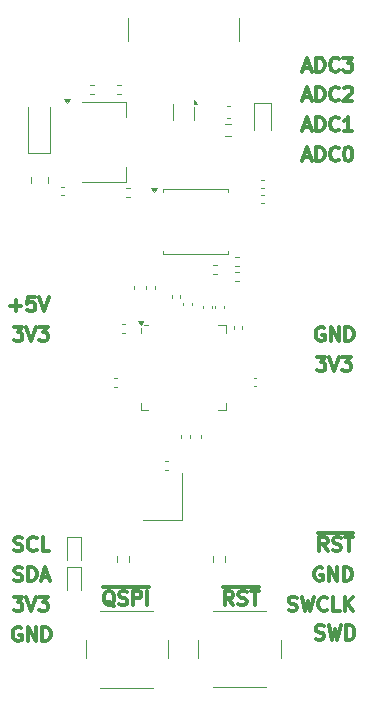
<source format=gbr>
%TF.GenerationSoftware,KiCad,Pcbnew,8.0.4*%
%TF.CreationDate,2024-11-26T16:04:15+06:30*%
%TF.ProjectId,RP2040_DevBoard,52503230-3430-45f4-9465-76426f617264,1.0*%
%TF.SameCoordinates,PX791ddc0PY791ddc0*%
%TF.FileFunction,Legend,Top*%
%TF.FilePolarity,Positive*%
%FSLAX46Y46*%
G04 Gerber Fmt 4.6, Leading zero omitted, Abs format (unit mm)*
G04 Created by KiCad (PCBNEW 8.0.4) date 2024-11-26 16:04:15*
%MOMM*%
%LPD*%
G01*
G04 APERTURE LIST*
%ADD10C,0.300000*%
%ADD11C,0.120000*%
G04 APERTURE END LIST*
D10*
X3416796Y8220458D02*
X4159653Y8220458D01*
X4159653Y8220458D02*
X3759653Y7763315D01*
X3759653Y7763315D02*
X3931082Y7763315D01*
X3931082Y7763315D02*
X4045368Y7706172D01*
X4045368Y7706172D02*
X4102510Y7649029D01*
X4102510Y7649029D02*
X4159653Y7534743D01*
X4159653Y7534743D02*
X4159653Y7249029D01*
X4159653Y7249029D02*
X4102510Y7134743D01*
X4102510Y7134743D02*
X4045368Y7077600D01*
X4045368Y7077600D02*
X3931082Y7020458D01*
X3931082Y7020458D02*
X3588225Y7020458D01*
X3588225Y7020458D02*
X3473939Y7077600D01*
X3473939Y7077600D02*
X3416796Y7134743D01*
X4502510Y8220458D02*
X4902510Y7020458D01*
X4902510Y7020458D02*
X5302510Y8220458D01*
X5588224Y8220458D02*
X6331081Y8220458D01*
X6331081Y8220458D02*
X5931081Y7763315D01*
X5931081Y7763315D02*
X6102510Y7763315D01*
X6102510Y7763315D02*
X6216796Y7706172D01*
X6216796Y7706172D02*
X6273938Y7649029D01*
X6273938Y7649029D02*
X6331081Y7534743D01*
X6331081Y7534743D02*
X6331081Y7249029D01*
X6331081Y7249029D02*
X6273938Y7134743D01*
X6273938Y7134743D02*
X6216796Y7077600D01*
X6216796Y7077600D02*
X6102510Y7020458D01*
X6102510Y7020458D02*
X5759653Y7020458D01*
X5759653Y7020458D02*
X5645367Y7077600D01*
X5645367Y7077600D02*
X5588224Y7134743D01*
X29000939Y4664600D02*
X29172368Y4607458D01*
X29172368Y4607458D02*
X29458082Y4607458D01*
X29458082Y4607458D02*
X29572368Y4664600D01*
X29572368Y4664600D02*
X29629510Y4721743D01*
X29629510Y4721743D02*
X29686653Y4836029D01*
X29686653Y4836029D02*
X29686653Y4950315D01*
X29686653Y4950315D02*
X29629510Y5064600D01*
X29629510Y5064600D02*
X29572368Y5121743D01*
X29572368Y5121743D02*
X29458082Y5178886D01*
X29458082Y5178886D02*
X29229510Y5236029D01*
X29229510Y5236029D02*
X29115225Y5293172D01*
X29115225Y5293172D02*
X29058082Y5350315D01*
X29058082Y5350315D02*
X29000939Y5464600D01*
X29000939Y5464600D02*
X29000939Y5578886D01*
X29000939Y5578886D02*
X29058082Y5693172D01*
X29058082Y5693172D02*
X29115225Y5750315D01*
X29115225Y5750315D02*
X29229510Y5807458D01*
X29229510Y5807458D02*
X29515225Y5807458D01*
X29515225Y5807458D02*
X29686653Y5750315D01*
X30086653Y5807458D02*
X30372367Y4607458D01*
X30372367Y4607458D02*
X30600939Y5464600D01*
X30600939Y5464600D02*
X30829510Y4607458D01*
X30829510Y4607458D02*
X31115225Y5807458D01*
X31572368Y4607458D02*
X31572368Y5807458D01*
X31572368Y5807458D02*
X31858082Y5807458D01*
X31858082Y5807458D02*
X32029511Y5750315D01*
X32029511Y5750315D02*
X32143796Y5636029D01*
X32143796Y5636029D02*
X32200939Y5521743D01*
X32200939Y5521743D02*
X32258082Y5293172D01*
X32258082Y5293172D02*
X32258082Y5121743D01*
X32258082Y5121743D02*
X32200939Y4893172D01*
X32200939Y4893172D02*
X32143796Y4778886D01*
X32143796Y4778886D02*
X32029511Y4664600D01*
X32029511Y4664600D02*
X31858082Y4607458D01*
X31858082Y4607458D02*
X31572368Y4607458D01*
X3150082Y32877600D02*
X4064368Y32877600D01*
X3607225Y32420458D02*
X3607225Y33334743D01*
X5207224Y33620458D02*
X4635796Y33620458D01*
X4635796Y33620458D02*
X4578653Y33049029D01*
X4578653Y33049029D02*
X4635796Y33106172D01*
X4635796Y33106172D02*
X4750082Y33163315D01*
X4750082Y33163315D02*
X5035796Y33163315D01*
X5035796Y33163315D02*
X5150082Y33106172D01*
X5150082Y33106172D02*
X5207224Y33049029D01*
X5207224Y33049029D02*
X5264367Y32934743D01*
X5264367Y32934743D02*
X5264367Y32649029D01*
X5264367Y32649029D02*
X5207224Y32534743D01*
X5207224Y32534743D02*
X5150082Y32477600D01*
X5150082Y32477600D02*
X5035796Y32420458D01*
X5035796Y32420458D02*
X4750082Y32420458D01*
X4750082Y32420458D02*
X4635796Y32477600D01*
X4635796Y32477600D02*
X4578653Y32534743D01*
X5607224Y33620458D02*
X6007224Y32420458D01*
X6007224Y32420458D02*
X6407224Y33620458D01*
X27971775Y45463315D02*
X28543204Y45463315D01*
X27857489Y45120458D02*
X28257489Y46320458D01*
X28257489Y46320458D02*
X28657489Y45120458D01*
X29057489Y45120458D02*
X29057489Y46320458D01*
X29057489Y46320458D02*
X29343203Y46320458D01*
X29343203Y46320458D02*
X29514632Y46263315D01*
X29514632Y46263315D02*
X29628917Y46149029D01*
X29628917Y46149029D02*
X29686060Y46034743D01*
X29686060Y46034743D02*
X29743203Y45806172D01*
X29743203Y45806172D02*
X29743203Y45634743D01*
X29743203Y45634743D02*
X29686060Y45406172D01*
X29686060Y45406172D02*
X29628917Y45291886D01*
X29628917Y45291886D02*
X29514632Y45177600D01*
X29514632Y45177600D02*
X29343203Y45120458D01*
X29343203Y45120458D02*
X29057489Y45120458D01*
X30943203Y45234743D02*
X30886060Y45177600D01*
X30886060Y45177600D02*
X30714632Y45120458D01*
X30714632Y45120458D02*
X30600346Y45120458D01*
X30600346Y45120458D02*
X30428917Y45177600D01*
X30428917Y45177600D02*
X30314632Y45291886D01*
X30314632Y45291886D02*
X30257489Y45406172D01*
X30257489Y45406172D02*
X30200346Y45634743D01*
X30200346Y45634743D02*
X30200346Y45806172D01*
X30200346Y45806172D02*
X30257489Y46034743D01*
X30257489Y46034743D02*
X30314632Y46149029D01*
X30314632Y46149029D02*
X30428917Y46263315D01*
X30428917Y46263315D02*
X30600346Y46320458D01*
X30600346Y46320458D02*
X30714632Y46320458D01*
X30714632Y46320458D02*
X30886060Y46263315D01*
X30886060Y46263315D02*
X30943203Y46206172D01*
X31686060Y46320458D02*
X31800346Y46320458D01*
X31800346Y46320458D02*
X31914632Y46263315D01*
X31914632Y46263315D02*
X31971775Y46206172D01*
X31971775Y46206172D02*
X32028917Y46091886D01*
X32028917Y46091886D02*
X32086060Y45863315D01*
X32086060Y45863315D02*
X32086060Y45577600D01*
X32086060Y45577600D02*
X32028917Y45349029D01*
X32028917Y45349029D02*
X31971775Y45234743D01*
X31971775Y45234743D02*
X31914632Y45177600D01*
X31914632Y45177600D02*
X31800346Y45120458D01*
X31800346Y45120458D02*
X31686060Y45120458D01*
X31686060Y45120458D02*
X31571775Y45177600D01*
X31571775Y45177600D02*
X31514632Y45234743D01*
X31514632Y45234743D02*
X31457489Y45349029D01*
X31457489Y45349029D02*
X31400346Y45577600D01*
X31400346Y45577600D02*
X31400346Y45863315D01*
X31400346Y45863315D02*
X31457489Y46091886D01*
X31457489Y46091886D02*
X31514632Y46206172D01*
X31514632Y46206172D02*
X31571775Y46263315D01*
X31571775Y46263315D02*
X31686060Y46320458D01*
X27971775Y50543315D02*
X28543204Y50543315D01*
X27857489Y50200458D02*
X28257489Y51400458D01*
X28257489Y51400458D02*
X28657489Y50200458D01*
X29057489Y50200458D02*
X29057489Y51400458D01*
X29057489Y51400458D02*
X29343203Y51400458D01*
X29343203Y51400458D02*
X29514632Y51343315D01*
X29514632Y51343315D02*
X29628917Y51229029D01*
X29628917Y51229029D02*
X29686060Y51114743D01*
X29686060Y51114743D02*
X29743203Y50886172D01*
X29743203Y50886172D02*
X29743203Y50714743D01*
X29743203Y50714743D02*
X29686060Y50486172D01*
X29686060Y50486172D02*
X29628917Y50371886D01*
X29628917Y50371886D02*
X29514632Y50257600D01*
X29514632Y50257600D02*
X29343203Y50200458D01*
X29343203Y50200458D02*
X29057489Y50200458D01*
X30943203Y50314743D02*
X30886060Y50257600D01*
X30886060Y50257600D02*
X30714632Y50200458D01*
X30714632Y50200458D02*
X30600346Y50200458D01*
X30600346Y50200458D02*
X30428917Y50257600D01*
X30428917Y50257600D02*
X30314632Y50371886D01*
X30314632Y50371886D02*
X30257489Y50486172D01*
X30257489Y50486172D02*
X30200346Y50714743D01*
X30200346Y50714743D02*
X30200346Y50886172D01*
X30200346Y50886172D02*
X30257489Y51114743D01*
X30257489Y51114743D02*
X30314632Y51229029D01*
X30314632Y51229029D02*
X30428917Y51343315D01*
X30428917Y51343315D02*
X30600346Y51400458D01*
X30600346Y51400458D02*
X30714632Y51400458D01*
X30714632Y51400458D02*
X30886060Y51343315D01*
X30886060Y51343315D02*
X30943203Y51286172D01*
X31400346Y51286172D02*
X31457489Y51343315D01*
X31457489Y51343315D02*
X31571775Y51400458D01*
X31571775Y51400458D02*
X31857489Y51400458D01*
X31857489Y51400458D02*
X31971775Y51343315D01*
X31971775Y51343315D02*
X32028917Y51286172D01*
X32028917Y51286172D02*
X32086060Y51171886D01*
X32086060Y51171886D02*
X32086060Y51057600D01*
X32086060Y51057600D02*
X32028917Y50886172D01*
X32028917Y50886172D02*
X31343203Y50200458D01*
X31343203Y50200458D02*
X32086060Y50200458D01*
X3473939Y12157600D02*
X3645368Y12100458D01*
X3645368Y12100458D02*
X3931082Y12100458D01*
X3931082Y12100458D02*
X4045368Y12157600D01*
X4045368Y12157600D02*
X4102510Y12214743D01*
X4102510Y12214743D02*
X4159653Y12329029D01*
X4159653Y12329029D02*
X4159653Y12443315D01*
X4159653Y12443315D02*
X4102510Y12557600D01*
X4102510Y12557600D02*
X4045368Y12614743D01*
X4045368Y12614743D02*
X3931082Y12671886D01*
X3931082Y12671886D02*
X3702510Y12729029D01*
X3702510Y12729029D02*
X3588225Y12786172D01*
X3588225Y12786172D02*
X3531082Y12843315D01*
X3531082Y12843315D02*
X3473939Y12957600D01*
X3473939Y12957600D02*
X3473939Y13071886D01*
X3473939Y13071886D02*
X3531082Y13186172D01*
X3531082Y13186172D02*
X3588225Y13243315D01*
X3588225Y13243315D02*
X3702510Y13300458D01*
X3702510Y13300458D02*
X3988225Y13300458D01*
X3988225Y13300458D02*
X4159653Y13243315D01*
X5359653Y12214743D02*
X5302510Y12157600D01*
X5302510Y12157600D02*
X5131082Y12100458D01*
X5131082Y12100458D02*
X5016796Y12100458D01*
X5016796Y12100458D02*
X4845367Y12157600D01*
X4845367Y12157600D02*
X4731082Y12271886D01*
X4731082Y12271886D02*
X4673939Y12386172D01*
X4673939Y12386172D02*
X4616796Y12614743D01*
X4616796Y12614743D02*
X4616796Y12786172D01*
X4616796Y12786172D02*
X4673939Y13014743D01*
X4673939Y13014743D02*
X4731082Y13129029D01*
X4731082Y13129029D02*
X4845367Y13243315D01*
X4845367Y13243315D02*
X5016796Y13300458D01*
X5016796Y13300458D02*
X5131082Y13300458D01*
X5131082Y13300458D02*
X5302510Y13243315D01*
X5302510Y13243315D02*
X5359653Y13186172D01*
X6445367Y12100458D02*
X5873939Y12100458D01*
X5873939Y12100458D02*
X5873939Y13300458D01*
X29997796Y12100458D02*
X29597796Y12671886D01*
X29312082Y12100458D02*
X29312082Y13300458D01*
X29312082Y13300458D02*
X29769225Y13300458D01*
X29769225Y13300458D02*
X29883510Y13243315D01*
X29883510Y13243315D02*
X29940653Y13186172D01*
X29940653Y13186172D02*
X29997796Y13071886D01*
X29997796Y13071886D02*
X29997796Y12900458D01*
X29997796Y12900458D02*
X29940653Y12786172D01*
X29940653Y12786172D02*
X29883510Y12729029D01*
X29883510Y12729029D02*
X29769225Y12671886D01*
X29769225Y12671886D02*
X29312082Y12671886D01*
X30454939Y12157600D02*
X30626368Y12100458D01*
X30626368Y12100458D02*
X30912082Y12100458D01*
X30912082Y12100458D02*
X31026368Y12157600D01*
X31026368Y12157600D02*
X31083510Y12214743D01*
X31083510Y12214743D02*
X31140653Y12329029D01*
X31140653Y12329029D02*
X31140653Y12443315D01*
X31140653Y12443315D02*
X31083510Y12557600D01*
X31083510Y12557600D02*
X31026368Y12614743D01*
X31026368Y12614743D02*
X30912082Y12671886D01*
X30912082Y12671886D02*
X30683510Y12729029D01*
X30683510Y12729029D02*
X30569225Y12786172D01*
X30569225Y12786172D02*
X30512082Y12843315D01*
X30512082Y12843315D02*
X30454939Y12957600D01*
X30454939Y12957600D02*
X30454939Y13071886D01*
X30454939Y13071886D02*
X30512082Y13186172D01*
X30512082Y13186172D02*
X30569225Y13243315D01*
X30569225Y13243315D02*
X30683510Y13300458D01*
X30683510Y13300458D02*
X30969225Y13300458D01*
X30969225Y13300458D02*
X31140653Y13243315D01*
X31483510Y13300458D02*
X32169225Y13300458D01*
X31826367Y12100458D02*
X31826367Y13300458D01*
X29146368Y13633600D02*
X32163511Y13633600D01*
X3416796Y31080458D02*
X4159653Y31080458D01*
X4159653Y31080458D02*
X3759653Y30623315D01*
X3759653Y30623315D02*
X3931082Y30623315D01*
X3931082Y30623315D02*
X4045368Y30566172D01*
X4045368Y30566172D02*
X4102510Y30509029D01*
X4102510Y30509029D02*
X4159653Y30394743D01*
X4159653Y30394743D02*
X4159653Y30109029D01*
X4159653Y30109029D02*
X4102510Y29994743D01*
X4102510Y29994743D02*
X4045368Y29937600D01*
X4045368Y29937600D02*
X3931082Y29880458D01*
X3931082Y29880458D02*
X3588225Y29880458D01*
X3588225Y29880458D02*
X3473939Y29937600D01*
X3473939Y29937600D02*
X3416796Y29994743D01*
X4502510Y31080458D02*
X4902510Y29880458D01*
X4902510Y29880458D02*
X5302510Y31080458D01*
X5588224Y31080458D02*
X6331081Y31080458D01*
X6331081Y31080458D02*
X5931081Y30623315D01*
X5931081Y30623315D02*
X6102510Y30623315D01*
X6102510Y30623315D02*
X6216796Y30566172D01*
X6216796Y30566172D02*
X6273938Y30509029D01*
X6273938Y30509029D02*
X6331081Y30394743D01*
X6331081Y30394743D02*
X6331081Y30109029D01*
X6331081Y30109029D02*
X6273938Y29994743D01*
X6273938Y29994743D02*
X6216796Y29937600D01*
X6216796Y29937600D02*
X6102510Y29880458D01*
X6102510Y29880458D02*
X5759653Y29880458D01*
X5759653Y29880458D02*
X5645367Y29937600D01*
X5645367Y29937600D02*
X5588224Y29994743D01*
X27971775Y48003315D02*
X28543204Y48003315D01*
X27857489Y47660458D02*
X28257489Y48860458D01*
X28257489Y48860458D02*
X28657489Y47660458D01*
X29057489Y47660458D02*
X29057489Y48860458D01*
X29057489Y48860458D02*
X29343203Y48860458D01*
X29343203Y48860458D02*
X29514632Y48803315D01*
X29514632Y48803315D02*
X29628917Y48689029D01*
X29628917Y48689029D02*
X29686060Y48574743D01*
X29686060Y48574743D02*
X29743203Y48346172D01*
X29743203Y48346172D02*
X29743203Y48174743D01*
X29743203Y48174743D02*
X29686060Y47946172D01*
X29686060Y47946172D02*
X29628917Y47831886D01*
X29628917Y47831886D02*
X29514632Y47717600D01*
X29514632Y47717600D02*
X29343203Y47660458D01*
X29343203Y47660458D02*
X29057489Y47660458D01*
X30943203Y47774743D02*
X30886060Y47717600D01*
X30886060Y47717600D02*
X30714632Y47660458D01*
X30714632Y47660458D02*
X30600346Y47660458D01*
X30600346Y47660458D02*
X30428917Y47717600D01*
X30428917Y47717600D02*
X30314632Y47831886D01*
X30314632Y47831886D02*
X30257489Y47946172D01*
X30257489Y47946172D02*
X30200346Y48174743D01*
X30200346Y48174743D02*
X30200346Y48346172D01*
X30200346Y48346172D02*
X30257489Y48574743D01*
X30257489Y48574743D02*
X30314632Y48689029D01*
X30314632Y48689029D02*
X30428917Y48803315D01*
X30428917Y48803315D02*
X30600346Y48860458D01*
X30600346Y48860458D02*
X30714632Y48860458D01*
X30714632Y48860458D02*
X30886060Y48803315D01*
X30886060Y48803315D02*
X30943203Y48746172D01*
X32086060Y47660458D02*
X31400346Y47660458D01*
X31743203Y47660458D02*
X31743203Y48860458D01*
X31743203Y48860458D02*
X31628917Y48689029D01*
X31628917Y48689029D02*
X31514632Y48574743D01*
X31514632Y48574743D02*
X31400346Y48517600D01*
X29559653Y10703315D02*
X29445368Y10760458D01*
X29445368Y10760458D02*
X29273939Y10760458D01*
X29273939Y10760458D02*
X29102510Y10703315D01*
X29102510Y10703315D02*
X28988225Y10589029D01*
X28988225Y10589029D02*
X28931082Y10474743D01*
X28931082Y10474743D02*
X28873939Y10246172D01*
X28873939Y10246172D02*
X28873939Y10074743D01*
X28873939Y10074743D02*
X28931082Y9846172D01*
X28931082Y9846172D02*
X28988225Y9731886D01*
X28988225Y9731886D02*
X29102510Y9617600D01*
X29102510Y9617600D02*
X29273939Y9560458D01*
X29273939Y9560458D02*
X29388225Y9560458D01*
X29388225Y9560458D02*
X29559653Y9617600D01*
X29559653Y9617600D02*
X29616796Y9674743D01*
X29616796Y9674743D02*
X29616796Y10074743D01*
X29616796Y10074743D02*
X29388225Y10074743D01*
X30131082Y9560458D02*
X30131082Y10760458D01*
X30131082Y10760458D02*
X30816796Y9560458D01*
X30816796Y9560458D02*
X30816796Y10760458D01*
X31388225Y9560458D02*
X31388225Y10760458D01*
X31388225Y10760458D02*
X31673939Y10760458D01*
X31673939Y10760458D02*
X31845368Y10703315D01*
X31845368Y10703315D02*
X31959653Y10589029D01*
X31959653Y10589029D02*
X32016796Y10474743D01*
X32016796Y10474743D02*
X32073939Y10246172D01*
X32073939Y10246172D02*
X32073939Y10074743D01*
X32073939Y10074743D02*
X32016796Y9846172D01*
X32016796Y9846172D02*
X31959653Y9731886D01*
X31959653Y9731886D02*
X31845368Y9617600D01*
X31845368Y9617600D02*
X31673939Y9560458D01*
X31673939Y9560458D02*
X31388225Y9560458D01*
X27971775Y53016315D02*
X28543204Y53016315D01*
X27857489Y52673458D02*
X28257489Y53873458D01*
X28257489Y53873458D02*
X28657489Y52673458D01*
X29057489Y52673458D02*
X29057489Y53873458D01*
X29057489Y53873458D02*
X29343203Y53873458D01*
X29343203Y53873458D02*
X29514632Y53816315D01*
X29514632Y53816315D02*
X29628917Y53702029D01*
X29628917Y53702029D02*
X29686060Y53587743D01*
X29686060Y53587743D02*
X29743203Y53359172D01*
X29743203Y53359172D02*
X29743203Y53187743D01*
X29743203Y53187743D02*
X29686060Y52959172D01*
X29686060Y52959172D02*
X29628917Y52844886D01*
X29628917Y52844886D02*
X29514632Y52730600D01*
X29514632Y52730600D02*
X29343203Y52673458D01*
X29343203Y52673458D02*
X29057489Y52673458D01*
X30943203Y52787743D02*
X30886060Y52730600D01*
X30886060Y52730600D02*
X30714632Y52673458D01*
X30714632Y52673458D02*
X30600346Y52673458D01*
X30600346Y52673458D02*
X30428917Y52730600D01*
X30428917Y52730600D02*
X30314632Y52844886D01*
X30314632Y52844886D02*
X30257489Y52959172D01*
X30257489Y52959172D02*
X30200346Y53187743D01*
X30200346Y53187743D02*
X30200346Y53359172D01*
X30200346Y53359172D02*
X30257489Y53587743D01*
X30257489Y53587743D02*
X30314632Y53702029D01*
X30314632Y53702029D02*
X30428917Y53816315D01*
X30428917Y53816315D02*
X30600346Y53873458D01*
X30600346Y53873458D02*
X30714632Y53873458D01*
X30714632Y53873458D02*
X30886060Y53816315D01*
X30886060Y53816315D02*
X30943203Y53759172D01*
X31343203Y53873458D02*
X32086060Y53873458D01*
X32086060Y53873458D02*
X31686060Y53416315D01*
X31686060Y53416315D02*
X31857489Y53416315D01*
X31857489Y53416315D02*
X31971775Y53359172D01*
X31971775Y53359172D02*
X32028917Y53302029D01*
X32028917Y53302029D02*
X32086060Y53187743D01*
X32086060Y53187743D02*
X32086060Y52902029D01*
X32086060Y52902029D02*
X32028917Y52787743D01*
X32028917Y52787743D02*
X31971775Y52730600D01*
X31971775Y52730600D02*
X31857489Y52673458D01*
X31857489Y52673458D02*
X31514632Y52673458D01*
X31514632Y52673458D02*
X31400346Y52730600D01*
X31400346Y52730600D02*
X31343203Y52787743D01*
X4032653Y5623315D02*
X3918368Y5680458D01*
X3918368Y5680458D02*
X3746939Y5680458D01*
X3746939Y5680458D02*
X3575510Y5623315D01*
X3575510Y5623315D02*
X3461225Y5509029D01*
X3461225Y5509029D02*
X3404082Y5394743D01*
X3404082Y5394743D02*
X3346939Y5166172D01*
X3346939Y5166172D02*
X3346939Y4994743D01*
X3346939Y4994743D02*
X3404082Y4766172D01*
X3404082Y4766172D02*
X3461225Y4651886D01*
X3461225Y4651886D02*
X3575510Y4537600D01*
X3575510Y4537600D02*
X3746939Y4480458D01*
X3746939Y4480458D02*
X3861225Y4480458D01*
X3861225Y4480458D02*
X4032653Y4537600D01*
X4032653Y4537600D02*
X4089796Y4594743D01*
X4089796Y4594743D02*
X4089796Y4994743D01*
X4089796Y4994743D02*
X3861225Y4994743D01*
X4604082Y4480458D02*
X4604082Y5680458D01*
X4604082Y5680458D02*
X5289796Y4480458D01*
X5289796Y4480458D02*
X5289796Y5680458D01*
X5861225Y4480458D02*
X5861225Y5680458D01*
X5861225Y5680458D02*
X6146939Y5680458D01*
X6146939Y5680458D02*
X6318368Y5623315D01*
X6318368Y5623315D02*
X6432653Y5509029D01*
X6432653Y5509029D02*
X6489796Y5394743D01*
X6489796Y5394743D02*
X6546939Y5166172D01*
X6546939Y5166172D02*
X6546939Y4994743D01*
X6546939Y4994743D02*
X6489796Y4766172D01*
X6489796Y4766172D02*
X6432653Y4651886D01*
X6432653Y4651886D02*
X6318368Y4537600D01*
X6318368Y4537600D02*
X6146939Y4480458D01*
X6146939Y4480458D02*
X5861225Y4480458D01*
X26714939Y7077600D02*
X26886368Y7020458D01*
X26886368Y7020458D02*
X27172082Y7020458D01*
X27172082Y7020458D02*
X27286368Y7077600D01*
X27286368Y7077600D02*
X27343510Y7134743D01*
X27343510Y7134743D02*
X27400653Y7249029D01*
X27400653Y7249029D02*
X27400653Y7363315D01*
X27400653Y7363315D02*
X27343510Y7477600D01*
X27343510Y7477600D02*
X27286368Y7534743D01*
X27286368Y7534743D02*
X27172082Y7591886D01*
X27172082Y7591886D02*
X26943510Y7649029D01*
X26943510Y7649029D02*
X26829225Y7706172D01*
X26829225Y7706172D02*
X26772082Y7763315D01*
X26772082Y7763315D02*
X26714939Y7877600D01*
X26714939Y7877600D02*
X26714939Y7991886D01*
X26714939Y7991886D02*
X26772082Y8106172D01*
X26772082Y8106172D02*
X26829225Y8163315D01*
X26829225Y8163315D02*
X26943510Y8220458D01*
X26943510Y8220458D02*
X27229225Y8220458D01*
X27229225Y8220458D02*
X27400653Y8163315D01*
X27800653Y8220458D02*
X28086367Y7020458D01*
X28086367Y7020458D02*
X28314939Y7877600D01*
X28314939Y7877600D02*
X28543510Y7020458D01*
X28543510Y7020458D02*
X28829225Y8220458D01*
X29972082Y7134743D02*
X29914939Y7077600D01*
X29914939Y7077600D02*
X29743511Y7020458D01*
X29743511Y7020458D02*
X29629225Y7020458D01*
X29629225Y7020458D02*
X29457796Y7077600D01*
X29457796Y7077600D02*
X29343511Y7191886D01*
X29343511Y7191886D02*
X29286368Y7306172D01*
X29286368Y7306172D02*
X29229225Y7534743D01*
X29229225Y7534743D02*
X29229225Y7706172D01*
X29229225Y7706172D02*
X29286368Y7934743D01*
X29286368Y7934743D02*
X29343511Y8049029D01*
X29343511Y8049029D02*
X29457796Y8163315D01*
X29457796Y8163315D02*
X29629225Y8220458D01*
X29629225Y8220458D02*
X29743511Y8220458D01*
X29743511Y8220458D02*
X29914939Y8163315D01*
X29914939Y8163315D02*
X29972082Y8106172D01*
X31057796Y7020458D02*
X30486368Y7020458D01*
X30486368Y7020458D02*
X30486368Y8220458D01*
X31457797Y7020458D02*
X31457797Y8220458D01*
X32143511Y7020458D02*
X31629225Y7706172D01*
X32143511Y8220458D02*
X31457797Y7534743D01*
X3473939Y9617600D02*
X3645368Y9560458D01*
X3645368Y9560458D02*
X3931082Y9560458D01*
X3931082Y9560458D02*
X4045368Y9617600D01*
X4045368Y9617600D02*
X4102510Y9674743D01*
X4102510Y9674743D02*
X4159653Y9789029D01*
X4159653Y9789029D02*
X4159653Y9903315D01*
X4159653Y9903315D02*
X4102510Y10017600D01*
X4102510Y10017600D02*
X4045368Y10074743D01*
X4045368Y10074743D02*
X3931082Y10131886D01*
X3931082Y10131886D02*
X3702510Y10189029D01*
X3702510Y10189029D02*
X3588225Y10246172D01*
X3588225Y10246172D02*
X3531082Y10303315D01*
X3531082Y10303315D02*
X3473939Y10417600D01*
X3473939Y10417600D02*
X3473939Y10531886D01*
X3473939Y10531886D02*
X3531082Y10646172D01*
X3531082Y10646172D02*
X3588225Y10703315D01*
X3588225Y10703315D02*
X3702510Y10760458D01*
X3702510Y10760458D02*
X3988225Y10760458D01*
X3988225Y10760458D02*
X4159653Y10703315D01*
X4673939Y9560458D02*
X4673939Y10760458D01*
X4673939Y10760458D02*
X4959653Y10760458D01*
X4959653Y10760458D02*
X5131082Y10703315D01*
X5131082Y10703315D02*
X5245367Y10589029D01*
X5245367Y10589029D02*
X5302510Y10474743D01*
X5302510Y10474743D02*
X5359653Y10246172D01*
X5359653Y10246172D02*
X5359653Y10074743D01*
X5359653Y10074743D02*
X5302510Y9846172D01*
X5302510Y9846172D02*
X5245367Y9731886D01*
X5245367Y9731886D02*
X5131082Y9617600D01*
X5131082Y9617600D02*
X4959653Y9560458D01*
X4959653Y9560458D02*
X4673939Y9560458D01*
X5816796Y9903315D02*
X6388225Y9903315D01*
X5702510Y9560458D02*
X6102510Y10760458D01*
X6102510Y10760458D02*
X6502510Y9560458D01*
X29686653Y31023315D02*
X29572368Y31080458D01*
X29572368Y31080458D02*
X29400939Y31080458D01*
X29400939Y31080458D02*
X29229510Y31023315D01*
X29229510Y31023315D02*
X29115225Y30909029D01*
X29115225Y30909029D02*
X29058082Y30794743D01*
X29058082Y30794743D02*
X29000939Y30566172D01*
X29000939Y30566172D02*
X29000939Y30394743D01*
X29000939Y30394743D02*
X29058082Y30166172D01*
X29058082Y30166172D02*
X29115225Y30051886D01*
X29115225Y30051886D02*
X29229510Y29937600D01*
X29229510Y29937600D02*
X29400939Y29880458D01*
X29400939Y29880458D02*
X29515225Y29880458D01*
X29515225Y29880458D02*
X29686653Y29937600D01*
X29686653Y29937600D02*
X29743796Y29994743D01*
X29743796Y29994743D02*
X29743796Y30394743D01*
X29743796Y30394743D02*
X29515225Y30394743D01*
X30258082Y29880458D02*
X30258082Y31080458D01*
X30258082Y31080458D02*
X30943796Y29880458D01*
X30943796Y29880458D02*
X30943796Y31080458D01*
X31515225Y29880458D02*
X31515225Y31080458D01*
X31515225Y31080458D02*
X31800939Y31080458D01*
X31800939Y31080458D02*
X31972368Y31023315D01*
X31972368Y31023315D02*
X32086653Y30909029D01*
X32086653Y30909029D02*
X32143796Y30794743D01*
X32143796Y30794743D02*
X32200939Y30566172D01*
X32200939Y30566172D02*
X32200939Y30394743D01*
X32200939Y30394743D02*
X32143796Y30166172D01*
X32143796Y30166172D02*
X32086653Y30051886D01*
X32086653Y30051886D02*
X31972368Y29937600D01*
X31972368Y29937600D02*
X31800939Y29880458D01*
X31800939Y29880458D02*
X31515225Y29880458D01*
X21996796Y7528458D02*
X21596796Y8099886D01*
X21311082Y7528458D02*
X21311082Y8728458D01*
X21311082Y8728458D02*
X21768225Y8728458D01*
X21768225Y8728458D02*
X21882510Y8671315D01*
X21882510Y8671315D02*
X21939653Y8614172D01*
X21939653Y8614172D02*
X21996796Y8499886D01*
X21996796Y8499886D02*
X21996796Y8328458D01*
X21996796Y8328458D02*
X21939653Y8214172D01*
X21939653Y8214172D02*
X21882510Y8157029D01*
X21882510Y8157029D02*
X21768225Y8099886D01*
X21768225Y8099886D02*
X21311082Y8099886D01*
X22453939Y7585600D02*
X22625368Y7528458D01*
X22625368Y7528458D02*
X22911082Y7528458D01*
X22911082Y7528458D02*
X23025368Y7585600D01*
X23025368Y7585600D02*
X23082510Y7642743D01*
X23082510Y7642743D02*
X23139653Y7757029D01*
X23139653Y7757029D02*
X23139653Y7871315D01*
X23139653Y7871315D02*
X23082510Y7985600D01*
X23082510Y7985600D02*
X23025368Y8042743D01*
X23025368Y8042743D02*
X22911082Y8099886D01*
X22911082Y8099886D02*
X22682510Y8157029D01*
X22682510Y8157029D02*
X22568225Y8214172D01*
X22568225Y8214172D02*
X22511082Y8271315D01*
X22511082Y8271315D02*
X22453939Y8385600D01*
X22453939Y8385600D02*
X22453939Y8499886D01*
X22453939Y8499886D02*
X22511082Y8614172D01*
X22511082Y8614172D02*
X22568225Y8671315D01*
X22568225Y8671315D02*
X22682510Y8728458D01*
X22682510Y8728458D02*
X22968225Y8728458D01*
X22968225Y8728458D02*
X23139653Y8671315D01*
X23482510Y8728458D02*
X24168225Y8728458D01*
X23825367Y7528458D02*
X23825367Y8728458D01*
X21145368Y9061600D02*
X24162511Y9061600D01*
X11951082Y7414172D02*
X11836796Y7471315D01*
X11836796Y7471315D02*
X11722510Y7585600D01*
X11722510Y7585600D02*
X11551082Y7757029D01*
X11551082Y7757029D02*
X11436796Y7814172D01*
X11436796Y7814172D02*
X11322510Y7814172D01*
X11379653Y7528458D02*
X11265368Y7585600D01*
X11265368Y7585600D02*
X11151082Y7699886D01*
X11151082Y7699886D02*
X11093939Y7928458D01*
X11093939Y7928458D02*
X11093939Y8328458D01*
X11093939Y8328458D02*
X11151082Y8557029D01*
X11151082Y8557029D02*
X11265368Y8671315D01*
X11265368Y8671315D02*
X11379653Y8728458D01*
X11379653Y8728458D02*
X11608225Y8728458D01*
X11608225Y8728458D02*
X11722510Y8671315D01*
X11722510Y8671315D02*
X11836796Y8557029D01*
X11836796Y8557029D02*
X11893939Y8328458D01*
X11893939Y8328458D02*
X11893939Y7928458D01*
X11893939Y7928458D02*
X11836796Y7699886D01*
X11836796Y7699886D02*
X11722510Y7585600D01*
X11722510Y7585600D02*
X11608225Y7528458D01*
X11608225Y7528458D02*
X11379653Y7528458D01*
X12351082Y7585600D02*
X12522511Y7528458D01*
X12522511Y7528458D02*
X12808225Y7528458D01*
X12808225Y7528458D02*
X12922511Y7585600D01*
X12922511Y7585600D02*
X12979653Y7642743D01*
X12979653Y7642743D02*
X13036796Y7757029D01*
X13036796Y7757029D02*
X13036796Y7871315D01*
X13036796Y7871315D02*
X12979653Y7985600D01*
X12979653Y7985600D02*
X12922511Y8042743D01*
X12922511Y8042743D02*
X12808225Y8099886D01*
X12808225Y8099886D02*
X12579653Y8157029D01*
X12579653Y8157029D02*
X12465368Y8214172D01*
X12465368Y8214172D02*
X12408225Y8271315D01*
X12408225Y8271315D02*
X12351082Y8385600D01*
X12351082Y8385600D02*
X12351082Y8499886D01*
X12351082Y8499886D02*
X12408225Y8614172D01*
X12408225Y8614172D02*
X12465368Y8671315D01*
X12465368Y8671315D02*
X12579653Y8728458D01*
X12579653Y8728458D02*
X12865368Y8728458D01*
X12865368Y8728458D02*
X13036796Y8671315D01*
X13551082Y7528458D02*
X13551082Y8728458D01*
X13551082Y8728458D02*
X14008225Y8728458D01*
X14008225Y8728458D02*
X14122510Y8671315D01*
X14122510Y8671315D02*
X14179653Y8614172D01*
X14179653Y8614172D02*
X14236796Y8499886D01*
X14236796Y8499886D02*
X14236796Y8328458D01*
X14236796Y8328458D02*
X14179653Y8214172D01*
X14179653Y8214172D02*
X14122510Y8157029D01*
X14122510Y8157029D02*
X14008225Y8099886D01*
X14008225Y8099886D02*
X13551082Y8099886D01*
X14751082Y7528458D02*
X14751082Y8728458D01*
X10985368Y9061600D02*
X14916797Y9061600D01*
X29070796Y28540458D02*
X29813653Y28540458D01*
X29813653Y28540458D02*
X29413653Y28083315D01*
X29413653Y28083315D02*
X29585082Y28083315D01*
X29585082Y28083315D02*
X29699368Y28026172D01*
X29699368Y28026172D02*
X29756510Y27969029D01*
X29756510Y27969029D02*
X29813653Y27854743D01*
X29813653Y27854743D02*
X29813653Y27569029D01*
X29813653Y27569029D02*
X29756510Y27454743D01*
X29756510Y27454743D02*
X29699368Y27397600D01*
X29699368Y27397600D02*
X29585082Y27340458D01*
X29585082Y27340458D02*
X29242225Y27340458D01*
X29242225Y27340458D02*
X29127939Y27397600D01*
X29127939Y27397600D02*
X29070796Y27454743D01*
X30156510Y28540458D02*
X30556510Y27340458D01*
X30556510Y27340458D02*
X30956510Y28540458D01*
X31242224Y28540458D02*
X31985081Y28540458D01*
X31985081Y28540458D02*
X31585081Y28083315D01*
X31585081Y28083315D02*
X31756510Y28083315D01*
X31756510Y28083315D02*
X31870796Y28026172D01*
X31870796Y28026172D02*
X31927938Y27969029D01*
X31927938Y27969029D02*
X31985081Y27854743D01*
X31985081Y27854743D02*
X31985081Y27569029D01*
X31985081Y27569029D02*
X31927938Y27454743D01*
X31927938Y27454743D02*
X31870796Y27397600D01*
X31870796Y27397600D02*
X31756510Y27340458D01*
X31756510Y27340458D02*
X31413653Y27340458D01*
X31413653Y27340458D02*
X31299367Y27397600D01*
X31299367Y27397600D02*
X31242224Y27454743D01*
D11*
%TO.C,C13*%
X11957164Y26725200D02*
X12172836Y26725200D01*
X11957164Y26005200D02*
X12172836Y26005200D01*
%TO.C,R9*%
X10186641Y51561000D02*
X9879359Y51561000D01*
X10186641Y50801000D02*
X9879359Y50801000D01*
%TO.C,C14*%
X21449420Y49786000D02*
X21730580Y49786000D01*
X21449420Y48766000D02*
X21730580Y48766000D01*
%TO.C,SW2*%
X19055200Y4560000D02*
X19055200Y3060000D01*
X20305200Y560000D02*
X24805200Y560000D01*
X24805200Y7060000D02*
X20305200Y7060000D01*
X26055200Y3060000D02*
X26055200Y4560000D01*
%TO.C,R8*%
X20600641Y36321000D02*
X20293359Y36321000D01*
X20600641Y35561000D02*
X20293359Y35561000D01*
%TO.C,R5*%
X13590000Y34570641D02*
X13590000Y34263359D01*
%TO.C,R12*%
X12177500Y11667258D02*
X12177500Y11192742D01*
X13222500Y11667258D02*
X13222500Y11192742D01*
%TO.C,D2*%
X7909000Y11302000D02*
X7909000Y13262000D01*
X9109000Y13262000D02*
X7909000Y13262000D01*
X9109000Y11302000D02*
X9109000Y13262000D01*
%TO.C,Y1*%
X14352000Y14713200D02*
X17652000Y14713200D01*
X17652000Y14713200D02*
X17652000Y18713200D01*
%TO.C,R6*%
X14606000Y34570641D02*
X14606000Y34263359D01*
X15366000Y34570641D02*
X15366000Y34263359D01*
%TO.C,C2*%
X16479836Y19697200D02*
X16264164Y19697200D01*
X16479836Y18977200D02*
X16264164Y18977200D01*
%TO.C,R4*%
X22505641Y36956000D02*
X22198359Y36956000D01*
X22505641Y36196000D02*
X22198359Y36196000D01*
%TO.C,C11*%
X23958436Y26776000D02*
X23742764Y26776000D01*
X23958436Y26056000D02*
X23742764Y26056000D01*
%TO.C,R13*%
X20305500Y11667258D02*
X20305500Y11192742D01*
X21350500Y11667258D02*
X21350500Y11192742D01*
%TO.C,C19*%
X24618836Y42270000D02*
X24403164Y42270000D01*
X24618836Y41550000D02*
X24403164Y41550000D01*
%TO.C,R16*%
X21352742Y48274500D02*
X21827258Y48274500D01*
X21352742Y47229500D02*
X21827258Y47229500D01*
%TO.C,U4*%
X16048500Y42752500D02*
X16048500Y42470000D01*
X16048500Y37257500D02*
X16048500Y37540000D01*
X18796000Y42752500D02*
X16048500Y42752500D01*
X18796000Y42752500D02*
X21543500Y42752500D01*
X18796000Y37257500D02*
X16048500Y37257500D01*
X18796000Y37257500D02*
X21543500Y37257500D01*
X21543500Y42752500D02*
X21543500Y42470000D01*
X21543500Y37257500D02*
X21543500Y37540000D01*
X15277250Y42470000D02*
X15037250Y42800000D01*
X15517250Y42800000D01*
X15277250Y42470000D01*
G36*
X15277250Y42470000D02*
G01*
X15037250Y42800000D01*
X15517250Y42800000D01*
X15277250Y42470000D01*
G37*
%TO.C,SW1*%
X9504800Y4545200D02*
X9504800Y3045200D01*
X10754800Y545200D02*
X15254800Y545200D01*
X15254800Y7045200D02*
X10754800Y7045200D01*
X16504800Y3045200D02*
X16504800Y4545200D01*
%TO.C,D3*%
X23776000Y49999000D02*
X23776000Y47714000D01*
X25246000Y49999000D02*
X23776000Y49999000D01*
X25246000Y47714000D02*
X25246000Y49999000D01*
%TO.C,C16*%
X4853000Y43747252D02*
X4853000Y43224748D01*
X6323000Y43747252D02*
X6323000Y43224748D01*
%TO.C,C8*%
X20470000Y32873836D02*
X20470000Y32658164D01*
X21190000Y32873836D02*
X21190000Y32658164D01*
%TO.C,C5*%
X19470000Y32873836D02*
X19470000Y32658164D01*
X20190000Y32873836D02*
X20190000Y32658164D01*
%TO.C,C7*%
X17775600Y33127836D02*
X17775600Y32912164D01*
X18495600Y33127836D02*
X18495600Y32912164D01*
%TO.C,R15*%
X12927359Y42798000D02*
X13234641Y42798000D01*
X12927359Y42038000D02*
X13234641Y42038000D01*
%TO.C,J1*%
X13080000Y55250000D02*
X13080000Y57250000D01*
X22480000Y55250000D02*
X22480000Y57250000D01*
%TO.C,C12*%
X12592164Y31297200D02*
X12807836Y31297200D01*
X12592164Y30577200D02*
X12807836Y30577200D01*
%TO.C,C4*%
X19308400Y21685364D02*
X19308400Y21901036D01*
%TO.C,R10*%
X12472641Y51561000D02*
X12165359Y51561000D01*
X12472641Y50801000D02*
X12165359Y50801000D01*
%TO.C,D1*%
X7909000Y8762000D02*
X7909000Y10722000D01*
X9109000Y10722000D02*
X7909000Y10722000D01*
X9109000Y8762000D02*
X9109000Y10722000D01*
%TO.C,U3*%
X9199000Y50146000D02*
X12959000Y50146000D01*
X9199000Y43326000D02*
X12959000Y43326000D01*
X12959000Y50146000D02*
X12959000Y48886000D01*
X12959000Y43326000D02*
X12959000Y44586000D01*
X7919000Y50046000D02*
X7679000Y50376000D01*
X8159000Y50376000D01*
X7919000Y50046000D01*
G36*
X7919000Y50046000D02*
G01*
X7679000Y50376000D01*
X8159000Y50376000D01*
X7919000Y50046000D01*
G37*
%TO.C,C6*%
X16785000Y33762836D02*
X16785000Y33547164D01*
X17505000Y33762836D02*
X17505000Y33547164D01*
%TO.C,C17*%
X4602200Y49686000D02*
X4602200Y45776000D01*
X4602200Y45776000D02*
X6472200Y45776000D01*
X6472200Y45776000D02*
X6472200Y49686000D01*
%TO.C,C9*%
X17623200Y21685364D02*
X17623200Y21901036D01*
X18343200Y21685364D02*
X18343200Y21901036D01*
%TO.C,U2*%
X16880000Y48626000D02*
X16880000Y49926000D01*
X18680000Y48626000D02*
X18680000Y49726000D01*
X18960000Y49976000D02*
X18680000Y49976000D01*
X18680000Y50256000D01*
X18960000Y49976000D01*
G36*
X18960000Y49976000D02*
G01*
X18680000Y49976000D01*
X18680000Y50256000D01*
X18960000Y49976000D01*
G37*
%TO.C,C10*%
X22042800Y31146636D02*
X22042800Y30930964D01*
X22762800Y31146636D02*
X22762800Y30930964D01*
%TO.C,U1*%
X14170000Y30595200D02*
X14170000Y31005200D01*
X14170000Y24025200D02*
X14170000Y24675200D01*
X14820000Y31245200D02*
X14470000Y31245200D01*
X14820000Y24025200D02*
X14170000Y24025200D01*
X20740000Y31245200D02*
X21390000Y31245200D01*
X20740000Y24025200D02*
X21390000Y24025200D01*
X21390000Y31245200D02*
X21390000Y30595200D01*
X21390000Y24025200D02*
X21390000Y24675200D01*
X14170000Y31245200D02*
X13930000Y31575200D01*
X14410000Y31575200D01*
X14170000Y31245200D01*
G36*
X14170000Y31245200D02*
G01*
X13930000Y31575200D01*
X14410000Y31575200D01*
X14170000Y31245200D01*
G37*
%TO.C,R7*%
X22505641Y35686000D02*
X22198359Y35686000D01*
X22505641Y34926000D02*
X22198359Y34926000D01*
%TO.C,C18*%
X24403164Y43540000D02*
X24618836Y43540000D01*
X24403164Y42820000D02*
X24618836Y42820000D01*
%TO.C,C15*%
X7677036Y42955800D02*
X7461364Y42955800D01*
X7677036Y42235800D02*
X7461364Y42235800D01*
%TD*%
M02*

</source>
